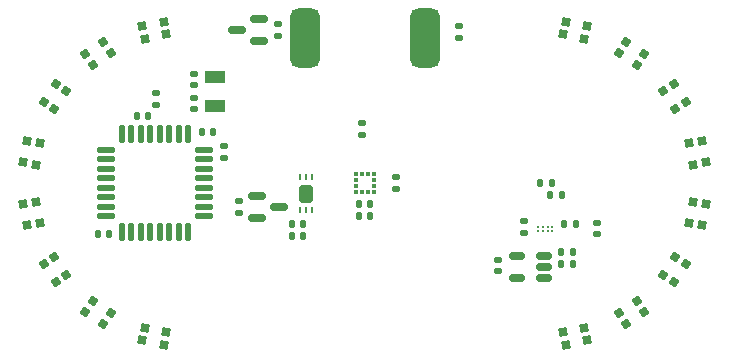
<source format=gbr>
%TF.GenerationSoftware,KiCad,Pcbnew,8.0.0*%
%TF.CreationDate,2024-03-15T16:55:21-04:00*%
%TF.ProjectId,mainboard,6d61696e-626f-4617-9264-2e6b69636164,rev?*%
%TF.SameCoordinates,Original*%
%TF.FileFunction,Paste,Top*%
%TF.FilePolarity,Positive*%
%FSLAX46Y46*%
G04 Gerber Fmt 4.6, Leading zero omitted, Abs format (unit mm)*
G04 Created by KiCad (PCBNEW 8.0.0) date 2024-03-15 16:55:21*
%MOMM*%
%LPD*%
G01*
G04 APERTURE LIST*
G04 Aperture macros list*
%AMRoundRect*
0 Rectangle with rounded corners*
0 $1 Rounding radius*
0 $2 $3 $4 $5 $6 $7 $8 $9 X,Y pos of 4 corners*
0 Add a 4 corners polygon primitive as box body*
4,1,4,$2,$3,$4,$5,$6,$7,$8,$9,$2,$3,0*
0 Add four circle primitives for the rounded corners*
1,1,$1+$1,$2,$3*
1,1,$1+$1,$4,$5*
1,1,$1+$1,$6,$7*
1,1,$1+$1,$8,$9*
0 Add four rect primitives between the rounded corners*
20,1,$1+$1,$2,$3,$4,$5,0*
20,1,$1+$1,$4,$5,$6,$7,0*
20,1,$1+$1,$6,$7,$8,$9,0*
20,1,$1+$1,$8,$9,$2,$3,0*%
%AMRotRect*
0 Rectangle, with rotation*
0 The origin of the aperture is its center*
0 $1 length*
0 $2 width*
0 $3 Rotation angle, in degrees counterclockwise*
0 Add horizontal line*
21,1,$1,$2,0,0,$3*%
G04 Aperture macros list end*
%ADD10RoundRect,0.140000X0.140000X0.170000X-0.140000X0.170000X-0.140000X-0.170000X0.140000X-0.170000X0*%
%ADD11RoundRect,0.150000X0.512500X0.150000X-0.512500X0.150000X-0.512500X-0.150000X0.512500X-0.150000X0*%
%ADD12RoundRect,0.135000X0.185000X-0.135000X0.185000X0.135000X-0.185000X0.135000X-0.185000X-0.135000X0*%
%ADD13R,0.350000X0.375000*%
%ADD14R,0.375000X0.350000*%
%ADD15RoundRect,0.140000X-0.140000X-0.170000X0.140000X-0.170000X0.140000X0.170000X-0.140000X0.170000X0*%
%ADD16R,1.800000X1.000000*%
%ADD17RoundRect,0.135000X-0.185000X0.135000X-0.185000X-0.135000X0.185000X-0.135000X0.185000X0.135000X0*%
%ADD18RoundRect,0.140000X0.170000X-0.140000X0.170000X0.140000X-0.170000X0.140000X-0.170000X-0.140000X0*%
%ADD19RotRect,0.700000X0.700000X213.750000*%
%ADD20RoundRect,0.125000X-0.125000X0.625000X-0.125000X-0.625000X0.125000X-0.625000X0.125000X0.625000X0*%
%ADD21RoundRect,0.125000X-0.625000X0.125000X-0.625000X-0.125000X0.625000X-0.125000X0.625000X0.125000X0*%
%ADD22RotRect,0.700000X0.700000X326.250000*%
%ADD23RotRect,0.700000X0.700000X236.250000*%
%ADD24RoundRect,0.150000X0.587500X0.150000X-0.587500X0.150000X-0.587500X-0.150000X0.587500X-0.150000X0*%
%ADD25RoundRect,0.150000X-0.587500X-0.150000X0.587500X-0.150000X0.587500X0.150000X-0.587500X0.150000X0*%
%ADD26RotRect,0.700000X0.700000X191.250000*%
%ADD27RotRect,0.700000X0.700000X168.750000*%
%ADD28RoundRect,0.140000X-0.170000X0.140000X-0.170000X-0.140000X0.170000X-0.140000X0.170000X0.140000X0*%
%ADD29RotRect,0.700000X0.700000X78.750000*%
%ADD30RoundRect,0.135000X-0.135000X-0.185000X0.135000X-0.185000X0.135000X0.185000X-0.135000X0.185000X0*%
%ADD31RotRect,0.700000X0.700000X123.750000*%
%ADD32RotRect,0.700000X0.700000X303.750000*%
%ADD33RotRect,0.700000X0.700000X56.250000*%
%ADD34RotRect,0.700000X0.700000X33.750000*%
%ADD35RotRect,0.700000X0.700000X258.750000*%
%ADD36RoundRect,0.300000X0.300000X0.450000X-0.300000X0.450000X-0.300000X-0.450000X0.300000X-0.450000X0*%
%ADD37RoundRect,0.055000X0.055000X0.195000X-0.055000X0.195000X-0.055000X-0.195000X0.055000X-0.195000X0*%
%ADD38RotRect,0.700000X0.700000X281.250000*%
%ADD39RotRect,0.700000X0.700000X146.250000*%
%ADD40C,0.250000*%
%ADD41RotRect,0.700000X0.700000X11.250000*%
%ADD42RotRect,0.700000X0.700000X101.250000*%
%ADD43RotRect,0.700000X0.700000X348.750000*%
%ADD44RoundRect,0.625000X0.625000X-1.875000X0.625000X1.875000X-0.625000X1.875000X-0.625000X-1.875000X0*%
G04 APERTURE END LIST*
D10*
%TO.C,C7*%
X164056000Y-95504000D03*
X163096000Y-95504000D03*
%TD*%
D11*
%TO.C,U1*%
X200857700Y-99248000D03*
X200857700Y-98298000D03*
X200857700Y-97348000D03*
X198582700Y-97348000D03*
X198582700Y-99248000D03*
%TD*%
D12*
%TO.C,R5*%
X199136000Y-95381000D03*
X199136000Y-94361000D03*
%TD*%
D13*
%TO.C,U3*%
X186424000Y-90423500D03*
X185924000Y-90423500D03*
X185424000Y-90423500D03*
X184924000Y-90423500D03*
D14*
X184911500Y-90936000D03*
X184911500Y-91436000D03*
D13*
X184924000Y-91948500D03*
X185424000Y-91948500D03*
X185924000Y-91948500D03*
X186424000Y-91948500D03*
D14*
X186436500Y-91436000D03*
X186436500Y-90936000D03*
%TD*%
D15*
%TO.C,C14*%
X179479000Y-94615000D03*
X180439000Y-94615000D03*
%TD*%
D16*
%TO.C,Y1*%
X172974000Y-82189000D03*
X172974000Y-84689000D03*
%TD*%
D12*
%TO.C,R2*%
X188341000Y-91696000D03*
X188341000Y-90676000D03*
%TD*%
D17*
%TO.C,R3*%
X185420000Y-86104000D03*
X185420000Y-87124000D03*
%TD*%
D18*
%TO.C,C2*%
X205359000Y-95504000D03*
X205359000Y-94544000D03*
%TD*%
D15*
%TO.C,C1*%
X202311000Y-97028000D03*
X203271000Y-97028000D03*
%TD*%
D19*
%TO.C,REF\u002A\u002A7*%
X209318118Y-102117013D03*
X207185402Y-102219089D03*
X207796529Y-103133706D03*
X208706991Y-101202396D03*
%TD*%
D15*
%TO.C,C5*%
X171859000Y-86868000D03*
X172819000Y-86868000D03*
%TD*%
%TO.C,C15*%
X179479000Y-95631000D03*
X180439000Y-95631000D03*
%TD*%
D10*
%TO.C,C4*%
X186154000Y-93980000D03*
X185194000Y-93980000D03*
%TD*%
D18*
%TO.C,C13*%
X171196000Y-82903000D03*
X171196000Y-81943000D03*
%TD*%
D20*
%TO.C,U4*%
X170719400Y-87011000D03*
X169919400Y-87011000D03*
X169119400Y-87011000D03*
X168319400Y-87011000D03*
X167519400Y-87011000D03*
X166719400Y-87011000D03*
X165919400Y-87011000D03*
X165119400Y-87011000D03*
D21*
X163744400Y-88386000D03*
X163744400Y-89186000D03*
X163744400Y-89986000D03*
X163744400Y-90786000D03*
X163744400Y-91586000D03*
X163744400Y-92386000D03*
X163744400Y-93186000D03*
X163744400Y-93986000D03*
D20*
X165119400Y-95361000D03*
X165919400Y-95361000D03*
X166719400Y-95361000D03*
X167519400Y-95361000D03*
X168319400Y-95361000D03*
X169119400Y-95361000D03*
X169919400Y-95361000D03*
X170719400Y-95361000D03*
D21*
X172094400Y-93986000D03*
X172094400Y-93186000D03*
X172094400Y-92386000D03*
X172094400Y-91586000D03*
X172094400Y-90786000D03*
X172094400Y-89986000D03*
X172094400Y-89186000D03*
X172094400Y-88386000D03*
%TD*%
D22*
%TO.C,REF\u002A\u002A12*%
X207796529Y-79238294D03*
X207185403Y-80152911D03*
X208706991Y-81169604D03*
X209318118Y-80254987D03*
%TD*%
D23*
%TO.C,REF\u002A\u002A8*%
X212861494Y-98068741D03*
X211946877Y-97457615D03*
X210930184Y-98979203D03*
X211844801Y-99590330D03*
%TD*%
D24*
%TO.C,Q2*%
X176705500Y-79182000D03*
X176705500Y-77282000D03*
X174830500Y-78232000D03*
%TD*%
D12*
%TO.C,R8*%
X175006000Y-93728000D03*
X175006000Y-92708000D03*
%TD*%
D25*
%TO.C,Q1*%
X176557700Y-92268000D03*
X176557700Y-94168000D03*
X178432700Y-93218000D03*
%TD*%
D26*
%TO.C,REF\u002A\u002A6*%
X204495260Y-104501135D03*
X204280661Y-103422271D03*
X202485824Y-103779287D03*
X202700423Y-104858151D03*
%TD*%
D27*
%TO.C,REF\u002A\u002A5*%
X168647577Y-104858152D03*
X168862176Y-103779288D03*
X167067339Y-103422272D03*
X166852740Y-104501136D03*
%TD*%
D28*
%TO.C,C12*%
X171196000Y-83975000D03*
X171196000Y-84935000D03*
%TD*%
D29*
%TO.C,REF\u002A\u002A1*%
X156762059Y-89399366D03*
X157840923Y-89613965D03*
X158197939Y-87819128D03*
X157119075Y-87604529D03*
%TD*%
D28*
%TO.C,C10*%
X168021000Y-83594000D03*
X168021000Y-84554000D03*
%TD*%
D30*
%TO.C,R7*%
X200531000Y-91186000D03*
X201551000Y-91186000D03*
%TD*%
D10*
%TO.C,C3*%
X186154000Y-92964000D03*
X185194000Y-92964000D03*
%TD*%
D30*
%TO.C,R6*%
X201343800Y-92227400D03*
X202363800Y-92227400D03*
%TD*%
D17*
%TO.C,R9*%
X178308000Y-77722000D03*
X178308000Y-78742000D03*
%TD*%
D15*
%TO.C,C8*%
X202311000Y-98044000D03*
X203271000Y-98044000D03*
%TD*%
D31*
%TO.C,REF\u002A\u002A3*%
X159503198Y-99590330D03*
X160417815Y-98979203D03*
X159401122Y-97457614D03*
X158486505Y-98068741D03*
%TD*%
D32*
%TO.C,REF\u002A\u002A11*%
X211844801Y-82781670D03*
X210930184Y-83392797D03*
X211946877Y-84914386D03*
X212861494Y-84303259D03*
%TD*%
D10*
%TO.C,C6*%
X167358000Y-85471000D03*
X166398000Y-85471000D03*
%TD*%
D33*
%TO.C,REF\u002A\u002A*%
X158486505Y-84303259D03*
X159401122Y-84914385D03*
X160417815Y-83392797D03*
X159503198Y-82781670D03*
%TD*%
D17*
%TO.C,R4*%
X173736000Y-88009000D03*
X173736000Y-89029000D03*
%TD*%
D18*
%TO.C,C9*%
X196977000Y-98651000D03*
X196977000Y-97691000D03*
%TD*%
D34*
%TO.C,REF\u002A\u002A15*%
X162029881Y-80254987D03*
X162641008Y-81169604D03*
X164162597Y-80152911D03*
X163551470Y-79238294D03*
%TD*%
D35*
%TO.C,REF\u002A\u002A9*%
X214585940Y-92972634D03*
X213507076Y-92758035D03*
X213150060Y-94552872D03*
X214228924Y-94767471D03*
%TD*%
D36*
%TO.C,U5*%
X180721000Y-92075000D03*
D37*
X180213000Y-93472000D03*
X180721000Y-93472000D03*
X181229000Y-93472000D03*
X181229000Y-90678000D03*
X180721000Y-90678000D03*
X180213000Y-90678000D03*
%TD*%
D38*
%TO.C,REF\u002A\u002A10*%
X214228923Y-87604528D03*
X213150059Y-87819127D03*
X213507075Y-89613964D03*
X214585939Y-89399365D03*
%TD*%
D39*
%TO.C,REF\u002A\u002A4*%
X163551470Y-103133706D03*
X164162596Y-102219089D03*
X162641008Y-101202396D03*
X162029881Y-102117013D03*
%TD*%
D30*
%TO.C,R1*%
X202563000Y-94615000D03*
X203583000Y-94615000D03*
%TD*%
D18*
%TO.C,C11*%
X193675000Y-78867000D03*
X193675000Y-77907000D03*
%TD*%
D40*
%TO.C,U2*%
X201564800Y-94872200D03*
X201564800Y-95272200D03*
X201164800Y-94872200D03*
X201164800Y-95272200D03*
X200764800Y-94872200D03*
X200764800Y-95272200D03*
X200364800Y-94872200D03*
X200364800Y-95272200D03*
%TD*%
D41*
%TO.C,REF\u002A\u002A14*%
X166852739Y-77870865D03*
X167067338Y-78949729D03*
X168862175Y-78592713D03*
X168647576Y-77513849D03*
%TD*%
D42*
%TO.C,REF\u002A\u002A2*%
X157119076Y-94767472D03*
X158197940Y-94552873D03*
X157840924Y-92758036D03*
X156762060Y-92972635D03*
%TD*%
D43*
%TO.C,REF\u002A\u002A13*%
X202700422Y-77513848D03*
X202485823Y-78592712D03*
X204280660Y-78949728D03*
X204495259Y-77870864D03*
%TD*%
D44*
%TO.C,BT1*%
X190754000Y-78867000D03*
X180594000Y-78867000D03*
%TD*%
M02*

</source>
